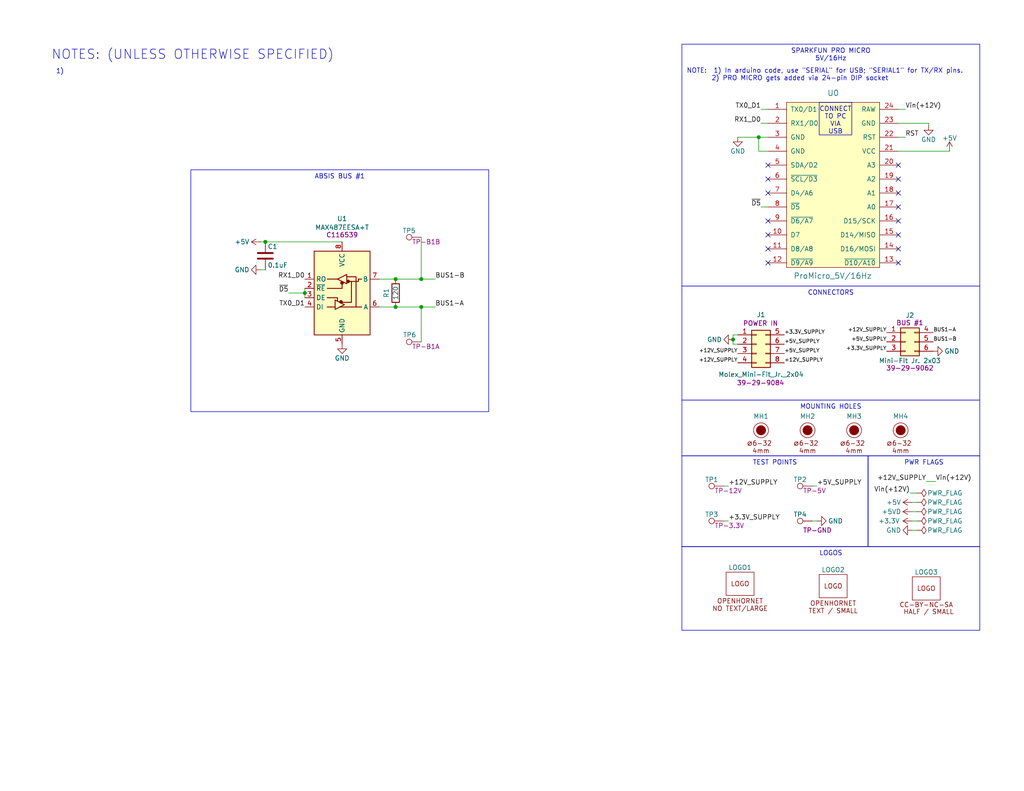
<source format=kicad_sch>
(kicad_sch (version 20230121) (generator eeschema)
  (paper "A")
  (title_block (title "ABSIS HID Bus Master") (date "2023-02-10") (rev "2") (company "www.openhornet.com") (comment 1 "License:  CC BY-NC-SA"))
  (lib_symbols
    (symbol "+5VD_1" (power) (pin_names (offset 0))
      (property "Value" "+5VD_1" (at 0 3.556 0))
      (symbol "+5VD_1_0_1"
        (polyline (pts (xy -0.762 1.27) (xy 0 2.54)))
        (polyline (pts (xy 0 0) (xy 0 2.54)))
        (polyline (pts (xy 0 2.54) (xy 0.762 1.27)))
      )
      (symbol "+5VD_1_1_1"
        (pin power_in line (at 0 0 90) (length 0) hide (name "+5VD") (number "1"))
      )
    )
    (symbol "OH_Symbols:Capacitor_0805_0.1uF" (pin_numbers hide) (pin_names (offset 0.254))
      (property "Reference" "C" (at 0.635 2.54 0))
      (property "Value" "0.1uF" (at 0.635 -2.54 0))
      (symbol "Capacitor_0805_0.1uF_0_1"
        (polyline (pts (xy -2.032 -0.762) (xy 2.032 -0.762)) (stroke (width 0.508)))
        (polyline (pts (xy -2.032 0.762) (xy 2.032 0.762)) (stroke (width 0.508)))
      )
      (symbol "Capacitor_0805_0.1uF_1_1"
        (pin passive line (at 0 3.81 270) (length 2.794) (name "~") (number "1"))
        (pin passive line (at 0 -3.81 90) (length 2.794) (name "~") (number "2"))
      )
    )
    (symbol "OH_Symbols:Controller_MAX487E"
      (property "Reference" "U1" (at 0 15.113 0))
      (property "Value" "MAX487EESA+T" (at 0 -17.78 0))
      (property "LCSC" "C116539" (at 0 -19.812 0))
      (symbol "Controller_MAX487E_0_1"
        (rectangle (start -7.62 10.16) (end 7.62 -12.7) (stroke (width 0.254)) (fill (type background)))
        (circle (center -0.3048 -3.683) (radius 0.3556) (stroke (width 0.254)) (fill (type outline)))
        (circle (center -0.0254 1.4986) (radius 0.3556) (stroke (width 0.254)) (fill (type outline)))
        (polyline (pts (xy -4.064 -5.08) (xy -1.905 -5.08)) (stroke (width 0.254)))
        (polyline (pts (xy -4.064 2.54) (xy -1.27 2.54)) (stroke (width 0.254)))
        (polyline (pts (xy -1.27 -3.2004) (xy -1.27 -3.4544)) (stroke (width 0.254)))
        (polyline (pts (xy -0.635 -5.08) (xy 5.334 -5.08)) (stroke (width 0.254)))
        (polyline (pts (xy -4.064 -2.54) (xy -1.27 -2.54) (xy -1.27 -3.175)) (stroke (width 0.254)))
        (polyline (pts (xy 0 1.27) (xy 0 0) (xy -4.064 0)) (stroke (width 0.254)))
        (polyline (pts (xy 1.27 3.175) (xy 3.81 3.175) (xy 3.81 -5.08)) (stroke (width 0.254)))
        (polyline (pts (xy 2.54 1.905) (xy 2.54 -3.81) (xy 0 -3.81)) (stroke (width 0.254)))
        (polyline (pts (xy -1.905 -3.175) (xy -1.905 -5.715) (xy 0.635 -4.445) (xy -1.905 -3.175)) (stroke (width 0.254)))
        (polyline (pts (xy -1.27 2.54) (xy 1.27 3.81) (xy 1.27 1.27) (xy -1.27 2.54)) (stroke (width 0.254)))
        (polyline (pts (xy 1.905 1.905) (xy 4.445 1.905) (xy 4.445 2.54) (xy 5.334 2.54)) (stroke (width 0.254)))
        (rectangle (start 1.27 3.175) (end 1.27 3.175))
        (circle (center 1.651 1.905) (radius 0.3556) (stroke (width 0.254)) (fill (type outline)))
      )
      (symbol "Controller_MAX487E_1_1"
        (pin output line (at -10.16 2.54 0) (length 2.54) (name "RO") (number "1"))
        (pin input line (at -10.16 0 0) (length 2.54) (name "~{RE}") (number "2"))
        (pin input line (at -10.16 -2.54 0) (length 2.54) (name "DE") (number "3"))
        (pin input line (at -10.16 -5.08 0) (length 2.54) (name "DI") (number "4"))
        (pin power_in line (at 0 -15.24 90) (length 2.54) (name "GND") (number "5"))
        (pin bidirectional line (at 10.16 -5.08 180) (length 2.54) (name "A") (number "6"))
        (pin bidirectional line (at 10.16 2.54 180) (length 2.54) (name "B") (number "7"))
        (pin power_in line (at 0 12.7 270) (length 2.54) (name "VCC") (number "8"))
      )
    )
    (symbol "OH_Symbols:Controller_Pro_Micro" (pin_names (offset 1.016))
      (property "Reference" "XU" (at 0 28.194 0))
      (property "Value" "ProMicro_5V/16Hz" (at -0.127 -21.336 0))
      (symbol "Controller_Pro_Micro_0_1"
        (rectangle (start -12.7 26.035) (end 12.7 -19.05) (fill (type background)))
      )
      (symbol "Controller_Pro_Micro_1_1"
        (pin bidirectional line (at -17.78 24.13 0) (length 5.08) (name "TX0/D1") (number "1"))
        (pin bidirectional line (at -17.78 -10.16 0) (length 5.08) (name "D7") (number "10"))
        (pin bidirectional line (at -17.78 -13.97 0) (length 5.08) (name "D8/A8") (number "11"))
        (pin bidirectional line (at -17.78 -17.78 0) (length 5.08) (name "~{D9/A9}") (number "12"))
        (pin bidirectional line (at 17.78 -17.78 180) (length 5.08) (name "~{D10/A10}") (number "13"))
        (pin bidirectional line (at 17.78 -13.97 180) (length 5.08) (name "D16/MOSI") (number "14"))
        (pin bidirectional line (at 17.78 -10.16 180) (length 5.08) (name "D14/MISO") (number "15"))
        (pin bidirectional line (at 17.78 -6.35 180) (length 5.08) (name "D15/SCK") (number "16"))
        (pin bidirectional line (at 17.78 -2.54 180) (length 5.08) (name "A0") (number "17"))
        (pin bidirectional line (at 17.78 1.27 180) (length 5.08) (name "A1") (number "18"))
        (pin bidirectional line (at 17.78 5.08 180) (length 5.08) (name "A2") (number "19"))
        (pin bidirectional line (at -17.78 20.32 0) (length 5.08) (name "RX1/D0") (number "2"))
        (pin bidirectional line (at 17.78 8.89 180) (length 5.08) (name "A3") (number "20"))
        (pin power_in line (at 17.78 12.7 180) (length 5.08) (name "VCC") (number "21"))
        (pin bidirectional line (at 17.78 16.51 180) (length 5.08) (name "RST") (number "22"))
        (pin power_in line (at 17.78 20.32 180) (length 5.08) (name "GND") (number "23"))
        (pin power_in line (at 17.78 24.13 180) (length 5.08) (name "RAW") (number "24"))
        (pin power_in line (at -17.78 16.51 0) (length 5.08) (name "GND") (number "3"))
        (pin power_in line (at -17.78 12.7 0) (length 5.08) (name "GND") (number "4"))
        (pin bidirectional line (at -17.78 8.89 0) (length 5.08) (name "SDA/D2") (number "5"))
        (pin bidirectional line (at -17.78 5.08 0) (length 5.08) (name "~{SCL/D3}") (number "6"))
        (pin bidirectional line (at -17.78 1.27 0) (length 5.08) (name "D4/A6") (number "7"))
        (pin bidirectional line (at -17.78 -2.54 0) (length 5.08) (name "~{D5}") (number "8"))
        (pin bidirectional line (at -17.78 -6.35 0) (length 5.08) (name "~{D6/A7}") (number "9"))
      )
    )
    (symbol "OH_Symbols:LOGO_License_Half_Small" (pin_numbers hide) (pin_names (offset 0) hide)
      (property "Reference" "LOGO" (at 0 12.7 0))
      (symbol "LOGO_License_Half_Small_0_0"
        (text "CC-BY-NC-SA" (at 0 3.81 0) (effects (font (size 1.27 1.27))))
      )
      (symbol "LOGO_License_Half_Small_0_1"
        (rectangle (start 3.81 5.08) (end -3.81 11.43))
      )
      (symbol "LOGO_License_Half_Small_1_0"
        (text "HALF / SMALL\n" (at 0.635 1.905 0) (effects (font (size 1.27 1.27))))
      )
      (symbol "LOGO_License_Half_Small_1_1"
        (text "LOGO" (at 0 8.255 0) (effects (font (size 1.27 1.27))))
      )
    )
    (symbol "OH_Symbols:LOGO_OpenHornet_NoText_Large" (pin_numbers hide) (pin_names (offset 0) hide) (in_bom no)
      (property "Reference" "LOGO" (at 0 12.7 0))
      (symbol "LOGO_OpenHornet_NoText_Large_0_1"
        (rectangle (start 3.81 5.08) (end -3.81 11.43))
      )
      (symbol "LOGO_OpenHornet_NoText_Large_1_0"
        (text "LOGO" (at 0 8.255 0) (effects (font (size 1.27 1.27))))
        (text "OPENHORNET\nNO TEXT/LARGE" (at 0 2.54 0) (effects (font (size 1.27 1.27))))
      )
    )
    (symbol "OH_Symbols:LOGO_OpenHornet_Text_Small" (pin_numbers hide) (pin_names (offset 0) hide) (in_bom no)
      (property "Reference" "LOGO" (at 0 12.7 0))
      (symbol "LOGO_OpenHornet_Text_Small_0_1"
        (rectangle (start 3.81 5.08) (end -3.81 11.43))
      )
      (symbol "LOGO_OpenHornet_Text_Small_1_0"
        (text "LOGO" (at 0 8.255 0) (effects (font (size 1.27 1.27))))
        (text "OPENHORNET\nTEXT / SMALL" (at 0 2.54 0) (effects (font (size 1.27 1.27))))
      )
    )
    (symbol "OH_Symbols:Molex_Mini-Fit_Jr._2x03" (pin_names (offset 1.016) hide)
      (property "Reference" "J" (at -0.0254 7.239 0))
      (property "Value" "Mini-Fit Jr. 2x03" (at -0.0254 -5.1308 0))
      (property "Manufacturer PN" "39-29-9062" (at -0.0254 -7.1374 0))
      (property "Silkscreen" "BUS IN" (at -0.0254 5.207 0))
      (symbol "Molex_Mini-Fit_Jr._2x03_1_1"
        (rectangle (start -2.54 -2.413) (end -1.27 -2.667) (stroke (width 0.1524)))
        (rectangle (start -2.54 0.127) (end -1.27 -0.127) (stroke (width 0.1524)))
        (rectangle (start -2.54 2.667) (end -1.27 2.413) (stroke (width 0.1524)))
        (rectangle (start -2.54 3.81) (end 2.54 -3.81) (stroke (width 0.254)) (fill (type background)))
        (rectangle (start 2.54 -2.413) (end 1.27 -2.667) (stroke (width 0.1524)))
        (rectangle (start 2.54 0.127) (end 1.27 -0.127) (stroke (width 0.1524)))
        (rectangle (start 2.54 2.667) (end 1.27 2.413) (stroke (width 0.1524)))
        (pin passive line (at -6.35 2.54 0) (length 3.81) (name "Pin_1") (number "1"))
        (pin passive line (at -6.35 0 0) (length 3.81) (name "Pin_2") (number "2"))
        (pin passive line (at -6.35 -2.54 0) (length 3.81) (name "Pin_3") (number "3"))
        (pin passive line (at 6.35 2.54 180) (length 3.81) (name "Pin_4") (number "4"))
        (pin passive line (at 6.35 0 180) (length 3.81) (name "Pin_5") (number "5"))
        (pin passive line (at 6.35 -2.54 180) (length 3.81) (name "Pin_6") (number "6"))
      )
    )
    (symbol "OH_Symbols:Molex_Mini-Fit_Jr._2x04" (pin_names (offset 1.016) hide)
      (property "Reference" "J4" (at 1.27 8.0518 0))
      (property "Value" "Molex_Mini-Fit_Jr._2x04" (at 1.27 -8.255 0))
      (property "Manufacturer PN" "39-29-9084" (at 1.143 -10.541 0))
      (property "Silkscreen" "MEGA BUS #" (at 1.143 5.715 0))
      (symbol "Molex_Mini-Fit_Jr._2x04_1_1"
        (rectangle (start -1.27 -4.953) (end 0 -5.207) (stroke (width 0.1524)))
        (rectangle (start -1.27 -2.413) (end 0 -2.667) (stroke (width 0.1524)))
        (rectangle (start -1.27 0.127) (end 0 -0.127) (stroke (width 0.1524)))
        (rectangle (start -1.27 2.667) (end 0 2.413) (stroke (width 0.1524)))
        (rectangle (start -1.27 3.81) (end 3.81 -6.35) (stroke (width 0.254)) (fill (type background)))
        (rectangle (start 3.81 -4.953) (end 2.54 -5.207) (stroke (width 0.1524)))
        (rectangle (start 3.81 -2.413) (end 2.54 -2.667) (stroke (width 0.1524)))
        (rectangle (start 3.81 0.127) (end 2.54 -0.127) (stroke (width 0.1524)))
        (rectangle (start 3.81 2.667) (end 2.54 2.413) (stroke (width 0.1524)))
        (pin passive line (at -5.08 2.54 0) (length 3.81) (name "Pin_1") (number "1"))
        (pin passive line (at -5.08 0 0) (length 3.81) (name "Pin_2") (number "2"))
        (pin passive line (at -5.08 -2.54 0) (length 3.81) (name "Pin_3") (number "3"))
        (pin passive line (at -5.08 -5.08 0) (length 3.81) (name "Pin_4") (number "4"))
        (pin passive line (at 7.62 2.54 180) (length 3.81) (name "Pin_5") (number "5"))
        (pin passive line (at 7.62 0 180) (length 3.81) (name "Pin_6") (number "6"))
        (pin passive line (at 7.62 -2.54 180) (length 3.81) (name "Pin_7") (number "7"))
        (pin passive line (at 7.62 -5.08 180) (length 3.81) (name "Pin_8") (number "8"))
      )
    )
    (symbol "OH_Symbols:MountingHole_6x32_PHS" (pin_numbers hide) (pin_names (offset 0) hide) (in_bom no)
      (property "Reference" "MH" (at 0 3.81 0))
      (symbol "MountingHole_6x32_PHS_0_0"
        (circle (center 0 0) (radius 1.27) (fill (type outline)))
        (circle (center 0 0) (radius 2.032))
      )
      (symbol "MountingHole_6x32_PHS_1_1"
        (text "⌀6-32 \n4mm" (at 0 -4.572 0) (effects (font (size 1.27 1.27))))
      )
    )
    (symbol "OH_Symbols:Resistor_0805_120Ω" (pin_numbers hide) (pin_names (offset 0))
      (property "Reference" "R1" (at 0 2.54 0))
      (property "Value" "120" (at 0 0 0))
      (symbol "Resistor_0805_120Ω_0_1"
        (rectangle (start -2.54 1.016) (end 2.54 -1.016) (stroke (width 0.254)))
      )
      (symbol "Resistor_0805_120Ω_1_1"
        (pin passive line (at -3.81 0 0) (length 1.27) (name "~") (number "1"))
        (pin passive line (at 3.81 0 180) (length 1.27) (name "~") (number "2"))
      )
    )
    (symbol "OH_Symbols:TestPoint" (pin_numbers hide) (pin_names (offset 0.762) hide) (in_bom no)
      (property "Reference" "TP" (at -3.302 1.778 0))
      (symbol "TestPoint_0_1"
        (circle (center -3.302 0) (radius 0.762))
      )
      (symbol "TestPoint_1_1"
        (pin passive line (at 0 0 180) (length 2.54) (name "1") (number "1"))
      )
    )
    (symbol "power:+3.3V" (power) (pin_names (offset 0))
      (property "Value" "+3.3V" (at 0 3.556 0))
      (symbol "+3.3V_0_1"
        (polyline (pts (xy -0.762 1.27) (xy 0 2.54)))
        (polyline (pts (xy 0 0) (xy 0 2.54)))
        (polyline (pts (xy 0 2.54) (xy 0.762 1.27)))
      )
      (symbol "+3.3V_1_1"
        (pin power_in line (at 0 0 90) (length 0) hide (name "+3.3V") (number "1"))
      )
    )
    (symbol "power:+5V" (power) (pin_names (offset 0))
      (property "Value" "+5V" (at 0 3.556 0))
      (symbol "+5V_0_1"
        (polyline (pts (xy -0.762 1.27) (xy 0 2.54)))
        (polyline (pts (xy 0 0) (xy 0 2.54)))
        (polyline (pts (xy 0 2.54) (xy 0.762 1.27)))
      )
      (symbol "+5V_1_1"
        (pin power_in line (at 0 0 90) (length 0) hide (name "+5V") (number "1"))
      )
    )
    (symbol "power:GND" (power) (pin_names (offset 0))
      (property "Value" "GND" (at 0 -3.81 0))
      (symbol "GND_0_1"
        (polyline (pts (xy 0 0) (xy 0 -1.27) (xy 1.27 -1.27) (xy 0 -2.54) (xy -1.27 -1.27) (xy 0 -1.27)))
      )
      (symbol "GND_1_1"
        (pin power_in line (at 0 0 270) (length 0) hide (name "GND") (number "1"))
      )
    )
    (symbol "power:PWR_FLAG" (power) (pin_numbers hide) (pin_names (offset 0) hide)
      (property "Value" "PWR_FLAG" (at 0 3.81 0))
      (symbol "PWR_FLAG_0_0"
        (pin power_out line (at 0 0 90) (length 0) (name "pwr") (number "1"))
      )
      (symbol "PWR_FLAG_0_1"
        (polyline (pts (xy 0 0) (xy 0 1.27) (xy -1.016 1.905) (xy 0 2.54) (xy 1.016 1.905) (xy 0 1.27)))
      )
    )
  )
  (junction (at 114.935 83.82))
  (junction (at 83.185 80.01))
  (junction (at 114.935 76.2))
  (junction (at 72.39 66.04))
  (junction (at 107.95 76.2))
  (junction (at 200.025 92.71))
  (junction (at 107.95 83.82))
  (junction (at 207.01 37.465))
  (no_connect (at 209.55 67.945))
  (no_connect (at 209.55 64.135))
  (no_connect (at 245.11 45.085))
  (no_connect (at 245.11 71.755))
  (no_connect (at 209.55 71.755))
  (no_connect (at 245.11 60.325))
  (no_connect (at 245.11 67.945))
  (no_connect (at 245.11 52.705))
  (no_connect (at 245.11 48.895))
  (no_connect (at 209.55 60.325))
  (no_connect (at 245.11 56.515))
  (no_connect (at 209.55 52.705))
  (no_connect (at 209.55 48.895))
  (no_connect (at 245.11 64.135))
  (no_connect (at 209.55 45.085))
  (wire (pts (xy 107.95 83.82) (xy 114.935 83.82)))
  (wire (pts (xy 200.025 91.44) (xy 201.295 91.44)))
  (wire (pts (xy 209.55 37.465) (xy 207.01 37.465)))
  (wire (pts (xy 114.935 76.2) (xy 118.745 76.2)))
  (wire (pts (xy 198.755 142.24) (xy 197.485 142.24)))
  (wire (pts (xy 248.285 134.62) (xy 250.19 134.62)))
  (wire (pts (xy 197.485 132.715) (xy 198.755 132.715)))
  (wire (pts (xy 245.11 41.275) (xy 259.08 41.275)))
  (wire (pts (xy 207.645 29.845) (xy 209.55 29.845)))
  (wire (pts (xy 207.01 41.275) (xy 209.55 41.275)))
  (wire (pts (xy 83.185 78.74) (xy 83.185 80.01)))
  (wire (pts (xy 248.92 139.7) (xy 250.19 139.7)))
  (wire (pts (xy 200.025 93.98) (xy 200.025 92.71)))
  (wire (pts (xy 71.12 66.04) (xy 72.39 66.04)))
  (wire (pts (xy 221.615 142.24) (xy 222.885 142.24)))
  (wire (pts (xy 201.295 93.98) (xy 200.025 93.98)))
  (wire (pts (xy 252.73 131.445) (xy 255.27 131.445)))
  (wire (pts (xy 78.74 80.01) (xy 83.185 80.01)))
  (wire (pts (xy 207.645 33.655) (xy 209.55 33.655)))
  (wire (pts (xy 72.39 66.04) (xy 93.345 66.04)))
  (wire (pts (xy 207.01 37.465) (xy 201.295 37.465)))
  (wire (pts (xy 83.185 80.01) (xy 83.185 81.28)))
  (wire (pts (xy 207.01 37.465) (xy 207.01 41.275)))
  (wire (pts (xy 107.95 76.2) (xy 114.935 76.2)))
  (wire (pts (xy 248.92 142.24) (xy 250.19 142.24)))
  (wire (pts (xy 207.645 56.515) (xy 209.55 56.515)))
  (wire (pts (xy 245.11 33.655) (xy 253.365 33.655)))
  (wire (pts (xy 245.11 37.465) (xy 247.015 37.465)))
  (wire (pts (xy 245.11 29.845) (xy 247.015 29.845)))
  (wire (pts (xy 248.92 144.78) (xy 250.19 144.78)))
  (wire (pts (xy 114.935 64.77) (xy 114.935 76.2)))
  (wire (pts (xy 222.885 132.715) (xy 221.615 132.715)))
  (wire (pts (xy 200.025 91.44) (xy 200.025 92.71)))
  (wire (pts (xy 103.505 83.82) (xy 107.95 83.82)))
  (wire (pts (xy 248.92 137.16) (xy 250.19 137.16)))
  (wire (pts (xy 114.935 83.82) (xy 118.745 83.82)))
  (wire (pts (xy 71.12 73.66) (xy 72.39 73.66)))
  (wire (pts (xy 103.505 76.2) (xy 107.95 76.2)))
  (wire (pts (xy 114.935 93.345) (xy 114.935 83.82)))
  (wire (pts (xy 253.365 33.655) (xy 253.365 34.29)))
  (text_box "CONNECTORS" (at 186.055 78.105 0) (size 81.28 31.115) (effects (font (size 1.27 1.27)) (justify top)))
  (text_box "SPARKFUN PRO MICRO\n5V/16Hz" (at 186.055 12.065 0) (size 81.28 66.04) (effects (font (size 1.27 1.27)) (justify top)))
  (text_box "MOUNTING HOLES" (at 186.055 109.22 0) (size 81.28 15.24) (effects (font (size 1.27 1.27)) (justify top)))
  (text_box "PWR FLAGS" (at 236.855 124.46 0) (size 30.48 24.765) (effects (font (size 1.27 1.27)) (justify top)))
  (text_box "LOGOS" (at 186.055 149.225 0) (size 81.28 22.86) (effects (font (size 1.27 1.27)) (justify top)))
  (text_box "TEST POINTS" (at 186.055 124.46 0) (size 50.8 24.765) (effects (font (size 1.27 1.27)) (justify top)))
  (text_box "ABSIS BUS #1" (at 52.07 46.355 0) (size 81.28 66.04) (effects (font (size 1.27 1.27)) (justify top)))
  (text_box "CONNECT TO PC VIA USB" (at 223.52 27.94 0) (size 8.89 8.89) (effects (font (size 1.27 1.27)) (justify top)))
  (text "NOTES: (UNLESS OTHERWISE SPECIFIED)" (at 13.97 16.51 0) (effects (font (size 2.54 2.54)) (justify left bottom)))
  (text "NOTE:  1) In arduino code, use \"SERIAL\" for USB; \"SERIAL1\" for TX/RX pins.\n       2) PRO MICRO gets added via 24-pin DIP socket" (at 187.325 22.225 0) (effects (font (size 1.27 1.27)) (justify left bottom)))
  (text "1)" (at 15.24 20.32 0) (effects (font (size 1.27 1.27)) (justify left bottom)))
  (label "TX0_D1" (at 207.645 29.845 180))
  (label "RST" (at 247.015 37.465 0))
  (label "~{D5}" (at 78.74 80.01 180))
  (label "+12V_SUPPLY" (at 252.73 131.445 180))
  (label "RX1_D0" (at 207.645 33.655 180))
  (label "BUS1-A" (at 118.745 83.82 0))
  (label "BUS1-B" (at 118.745 76.2 0))
  (label "+3.3V_SUPPLY" (at 198.755 142.24 0))
  (label "+12V_SUPPLY" (at 201.295 99.06 180) (effects (font (size 1 1))))
  (label "+5V_SUPPLY" (at 213.995 93.98 0) (effects (font (size 1 1))))
  (label "+3.3V_SUPPLY" (at 213.995 91.44 0) (effects (font (size 1 1))))
  (label "Vin(+12V)" (at 255.27 131.445 0))
  (label "~{D5}" (at 207.645 56.515 180))
  (label "+5V_SUPPLY" (at 213.995 96.52 0) (effects (font (size 1 1))))
  (label "TX0_D1" (at 83.185 83.82 180))
  (label "+5V_SUPPLY" (at 241.935 93.345 180) (effects (font (size 1 1))))
  (label "Vin(+12V)" (at 247.015 29.845 0))
  (label "BUS1-A" (at 254.635 90.805 0) (effects (font (size 1 1))))
  (label "+3.3V_SUPPLY" (at 241.935 95.885 180) (effects (font (size 1 1))))
  (label "BUS1-B" (at 254.635 93.345 0) (effects (font (size 1 1))))
  (label "+12V_SUPPLY" (at 201.295 96.52 180) (effects (font (size 1 1))))
  (label "+12V_SUPPLY" (at 241.935 90.805 180) (effects (font (size 1 1))))
  (label "+5V_SUPPLY" (at 222.885 132.715 0))
  (label "+12V_SUPPLY" (at 198.755 132.715 0))
  (label "Vin(+12V)" (at 248.285 134.62 180))
  (label "RX1_D0" (at 83.185 76.2 180))
  (label "+12V_SUPPLY" (at 213.995 99.06 0) (effects (font (size 1 1))))
  (symbol (lib_id "OH_Symbols:MountingHole_6x32_PHS") (at 207.645 117.475 0) (unit 1) (in_bom no)
    (property "Reference" "MH1" (at 207.645 113.665 0))
    (property "Value" "6x32 / 4mm" (effects hide))
    (property "Footprint" "OH_Footprints:MountingHole_6-32_PHS" (effects hide))
  )
  (symbol (lib_id "OH_Symbols:MountingHole_6x32_PHS") (at 220.345 117.475 0) (unit 1) (in_bom no)
    (property "Reference" "MH2" (at 220.345 113.665 0))
    (property "Value" "6x32 / 4mm" (effects hide))
    (property "Footprint" "OH_Footprints:MountingHole_6-32_PHS" (effects hide))
  )
  (symbol (lib_id "OH_Symbols:MountingHole_6x32_PHS") (at 233.045 117.475 0) (unit 1) (in_bom no)
    (property "Reference" "MH3" (at 233.045 113.665 0))
    (property "Value" "6x32 / 4mm" (effects hide))
    (property "Footprint" "OH_Footprints:MountingHole_6-32_PHS" (effects hide))
  )
  (symbol (lib_id "OH_Symbols:MountingHole_6x32_PHS") (at 245.745 117.475 0) (unit 1) (in_bom no)
    (property "Reference" "MH4" (at 245.745 113.665 0))
    (property "Value" "6x32 / 4mm" (effects hide))
    (property "Footprint" "OH_Footprints:MountingHole_6-32_PHS" (effects hide))
  )
  (symbol (lib_id "OH_Symbols:Controller_MAX487E") (at 93.345 78.74 0) (unit 1)
    (property "Reference" "U1" (at 93.345 59.69 0))
    (property "Value" "MAX487EESA+T" (at 93.345 62.103 0))
    (property "Footprint" "OH_Footprints:SOIC-8_3.9x4.9mm_P1.27mm" (effects hide))
    (property "Datasheet" "https://datasheet.lcsc.com/szlcsc/Maxim-Integrated-MAX487EESA-T_C116539.pdf" (effects hide))
    (property "LCSC" "C116539" (at 93.345 64.135 0))
    (property "Manufacturer PN" "MAX487EESA+T" (effects hide))
  )
  (symbol (lib_id "power:PWR_FLAG") (at 250.19 134.62 270) (unit 1)
    (property "Reference" "#FLG0101" (effects hide))
    (property "Value" "PWR_FLAG" (at 257.81 134.62 90))
  )
  (symbol (lib_id "OH_Symbols:TestPoint") (at 114.935 93.345 0) (unit 1) (in_bom no)
    (property "Reference" "TP6" (at 111.76 91.44 0))
    (property "Value" "TestPoint" (effects hide))
    (property "Footprint" "OH_Footprints:TestPoint_THTPad_D1.5mm_Drill0.7mm" (effects hide))
    (property "Silkscreen" "TP-B1A" (effects hide))
    (property "Notes" "TP-B1A" (at 112.395 94.615 0) (effects (justify left)))
  )
  (symbol (lib_id "OH_Symbols:TestPoint") (at 114.935 64.77 0) (unit 1) (in_bom no)
    (property "Reference" "TP5" (at 111.633 62.992 0))
    (property "Value" "TestPoint" (effects hide))
    (property "Footprint" "OH_Footprints:TestPoint_THTPad_D1.5mm_Drill0.7mm" (effects hide))
    (property "Silkscreen" "TP-B1B" (effects hide))
    (property "Notes" "TP-B1B" (at 112.395 66.04 0) (effects (justify left)))
  )
  (symbol (lib_id "OH_Symbols:Resistor_0805_120Ω") (at 107.95 80.01 90) (unit 1)
    (property "Reference" "R1" (at 105.41 80.01 0))
    (property "Value" "120" (at 107.95 80.01 0))
    (property "Footprint" "OH_Footprints:R_0805_2012Metric_Pad1.15x1.40mm_HandSolder" (effects hide))
    (property "Datasheet" "https://datasheet.lcsc.com/szlcsc/Uniroyal-Elec-0805W8F1200T5E_C17437.pdf" (effects hide))
    (property "LCSC" "C17437" (effects hide))
    (property "Manufacturer PN" "0805W8F1200T5E" (effects hide))
  )
  (symbol (lib_id "OH_Symbols:Capacitor_0805_0.1uF") (at 72.39 69.85 0) (unit 1)
    (property "Reference" "C1" (at 73.025 67.31 0) (effects (justify left)))
    (property "Value" "0.1uF" (at 73.025 72.39 0) (effects (justify left)))
    (property "Footprint" "OH_Footprints:C_0805_2012Metric" (effects hide))
    (property "Datasheet" "https://datasheet.lcsc.com/szlcsc/YAGEO-CChttps://datasheet.lcsc.com/szlcsc/YAGEO-https://datasheet.lcsc.com/szlcsc/YAGEO-CC0805KRX7R9BB104_C49678.pdf" (effects hide))
    (property "LCSC" "C49678" (effects hide))
    (property "Manufacturer PN" "CC0805KRX7R9BB104" (effects hide))
  )
  (symbol (lib_id "power:GND") (at 71.12 73.66 270) (unit 1)
    (property "Reference" "#PWR0108" (effects hide))
    (property "Value" "GND" (at 66.04 73.66 90))
  )
  (symbol (lib_id "power:GND") (at 93.345 93.98 0) (unit 1)
    (property "Reference" "#PWR0109" (effects hide))
    (property "Value" "GND" (at 93.345 97.79 0))
  )
  (symbol (lib_id "OH_Symbols:Molex_Mini-Fit_Jr._2x03") (at 248.285 93.345 0) (unit 1)
    (property "Reference" "J2" (at 248.2596 86.106 0))
    (property "Value" "Mini-Fit Jr. 2x03" (at 248.2596 98.4758 0))
    (property "Footprint" "OH_Footprints:Molex_Mini-Fit_Jr_5566-06A2_2x03_P4.20mm_Vertical" (effects hide))
    (property "Datasheet" "https://datasheet.lcsc.com/lcsc/2005291105_MOLEX-39299062_C505177.pdf" (effects hide))
    (property "LCSC" "C505177" (effects hide))
    (property "Manufacturer PN" "39-29-9062" (at 248.2596 100.4824 0))
    (property "Silkscreen" "BUS #1" (at 248.2596 88.138 0))
  )
  (symbol (lib_id "power:GND") (at 254.635 95.885 90) (unit 1)
    (property "Reference" "#PWR0111" (effects hide))
    (property "Value" "GND" (at 259.715 95.885 90))
  )
  (symbol (lib_id "power:GND") (at 200.025 92.71 270) (mirror x) (unit 1)
    (property "Reference" "#PWR0112" (effects hide))
    (property "Value" "GND" (at 194.945 92.71 90))
  )
  (symbol (lib_id "power:+5V") (at 71.12 66.04 90) (unit 1)
    (property "Reference" "#PWR0110" (effects hide))
    (property "Value" "+5V" (at 66.04 66.04 90))
  )
  (symbol (lib_id "OH_Symbols:Molex_Mini-Fit_Jr._2x04") (at 206.375 93.98 0) (unit 1)
    (property "Reference" "J1" (at 207.645 85.9282 0))
    (property "Value" "Molex_Mini-Fit_Jr._2x04" (at 207.645 102.235 0))
    (property "Footprint" "OH_Footprints:Molex_Mini-Fit_Jr_5566-08A2_2x04_P4.20mm_Vertical" (effects hide))
    (property "Datasheet" "https://datasheet.lcsc.com/lcsc/2007161933_MOLEX-39299084_C587470.pdf" (effects hide))
    (property "LCSC" "C587470" (effects hide))
    (property "Manufacturer PN" "39-29-9084" (at 207.518 104.521 0))
    (property "Silkscreen" "POWER IN" (at 207.518 88.265 0))
  )
  (symbol (lib_id "OH_Symbols:LOGO_OpenHornet_Text_Small") (at 227.33 168.275 0) (unit 1) (in_bom no)
    (property "Reference" "LOGO2" (at 227.33 155.575 0))
    (property "Value" "LOGO" (effects hide))
    (property "Footprint" "OH_Footprints:LOGO_OH_Text_Small" (effects hide))
    (property "Datasheet" "https://www.openhornet.com" (effects hide))
  )
  (symbol (lib_id "OH_Symbols:LOGO_License_Half_Small") (at 252.73 168.91 0) (unit 1)
    (property "Reference" "LOGO3" (at 252.73 156.21 0))
    (property "Value" "LOGO" (effects hide))
    (property "Footprint" "OH_Footprints:LOGO_CC-BY-NC-SA_Half_Small" (effects hide))
    (property "Datasheet" "https://creativecommons.org/licenses/by-nc-sa/4.0/" (effects hide))
  )
  (symbol (lib_id "OH_Symbols:LOGO_OpenHornet_NoText_Large") (at 201.93 167.64 0) (unit 1) (in_bom no)
    (property "Reference" "LOGO1" (at 201.93 154.94 0))
    (property "Value" "LOGO" (effects hide))
    (property "Footprint" "OH_Footprints:LOGO_OH_NoText_Large" (effects hide))
    (property "Datasheet" "https://www.openhornet.com" (effects hide))
  )
  (symbol (lib_id "power:PWR_FLAG") (at 250.19 144.78 270) (unit 1)
    (property "Reference" "#FLG0102" (effects hide))
    (property "Value" "PWR_FLAG" (at 257.81 144.78 90))
  )
  (symbol (lib_id "power:GND") (at 253.365 34.29 0) (unit 1)
    (property "Reference" "#PWR0106" (effects hide))
    (property "Value" "GND" (at 253.365 38.1 0))
  )
  (symbol (lib_id "power:PWR_FLAG") (at 250.19 137.16 270) (unit 1)
    (property "Reference" "#FLG0103" (effects hide))
    (property "Value" "PWR_FLAG" (at 257.81 137.16 90))
  )
  (symbol (lib_id "power:GND") (at 222.885 142.24 90) (unit 1)
    (property "Reference" "#PWR0104" (effects hide))
    (property "Value" "GND" (at 227.965 142.24 90))
  )
  (symbol (lib_id "power:+5V") (at 248.92 137.16 90) (unit 1)
    (property "Reference" "#PWR0103" (effects hide))
    (property "Value" "+5V" (at 243.84 137.16 90))
  )
  (symbol (lib_id "power:GND") (at 201.295 37.465 0) (unit 1)
    (property "Reference" "#PWR0105" (effects hide))
    (property "Value" "GND" (at 201.295 41.275 0))
  )
  (symbol (lib_id "OH_Symbols:TestPoint") (at 197.485 142.24 0) (unit 1) (in_bom no)
    (property "Reference" "TP3" (at 194.183 140.462 0))
    (property "Value" "TestPoint" (effects hide))
    (property "Footprint" "OH_Footprints:TestPoint_THTPad_D1.5mm_Drill0.7mm" (effects hide))
    (property "Silkscreen" "TP-3.3V" (effects hide))
    (property "Notes" "TP-3.3V" (at 194.945 143.51 0) (effects (justify left)))
  )
  (symbol (lib_id "OH_Symbols:TestPoint") (at 197.485 132.715 0) (unit 1) (in_bom no)
    (property "Reference" "TP1" (at 194.183 130.937 0))
    (property "Value" "TestPoint" (effects hide))
    (property "Footprint" "OH_Footprints:TestPoint_THTPad_D1.5mm_Drill0.7mm" (effects hide))
    (property "Silkscreen" "TP-12V" (effects hide))
    (property "Notes" "TP-12V" (at 194.945 133.985 0) (effects (justify left)))
  )
  (symbol (lib_id "OH_Symbols:TestPoint") (at 221.615 132.715 0) (unit 1) (in_bom no)
    (property "Reference" "TP2" (at 218.313 130.937 0))
    (property "Value" "TestPoint" (effects hide))
    (property "Footprint" "OH_Footprints:TestPoint_THTPad_D1.5mm_Drill0.7mm" (effects hide))
    (property "Silkscreen" "TP-5V" (effects hide))
    (property "Notes" "TP-5V" (at 219.075 133.985 0) (effects (justify left)))
  )
  (symbol (lib_id "OH_Symbols:TestPoint") (at 221.615 142.24 0) (unit 1) (in_bom no)
    (property "Reference" "TP4" (at 218.313 140.462 0))
    (property "Value" "TestPoint" (effects hide))
    (property "Footprint" "OH_Footprints:TestPoint_THTPad_D1.5mm_Drill0.7mm" (effects hide))
    (property "Silkscreen" "TP-GND" (effects hide))
    (property "Notes" "TP-GND" (at 219.075 144.78 0) (effects (justify left)))
  )
  (symbol (lib_id "power:+5V") (at 259.08 41.275 0) (unit 1)
    (property "Reference" "#PWR0107" (effects hide))
    (property "Value" "+5V" (at 259.08 37.719 0))
  )
  (symbol (lib_id "power:PWR_FLAG") (at 250.19 142.24 270) (unit 1)
    (property "Reference" "#FLG0104" (effects hide))
    (property "Value" "PWR_FLAG" (at 257.81 142.24 90))
  )
  (symbol (lib_id "power:+3.3V") (at 248.92 142.24 90) (unit 1)
    (property "Reference" "#PWR0113" (effects hide))
    (property "Value" "+3.3V" (at 242.57 142.24 90))
  )
  (symbol (lib_name "+5VD_1") (lib_id "power:+5VD") (at 248.92 139.7 90) (unit 1)
    (property "Reference" "#PWR0102" (effects hide))
    (property "Value" "+5VD" (at 243.205 139.7 90))
  )
  (symbol (lib_id "OH_Symbols:Controller_Pro_Micro") (at 227.33 53.975 0) (unit 1)
    (property "Reference" "U0" (at 227.33 25.4 0) (effects (font (size 1.524 1.524))))
    (property "Value" "ProMicro_5V/16Hz" (at 227.203 75.311 0) (effects (font (size 1.524 1.524))))
    (property "Footprint" "OH_Footprints:DIP-24_W15.24mm_Socket" (effects hide))
    (property "Datasheet" "https://cdn.sparkfun.com/datasheets/Dev/Arduino/Boards/ATMega32U4.pdf" (effects hide))
    (property "Manufacturer PN" "Pro Micro - 5V/16MHz" (effects hide))
  )
  (symbol (lib_id "power:GND") (at 248.92 144.78 270) (unit 1)
    (property "Reference" "#PWR0101" (effects hide))
    (property "Value" "GND" (at 243.84 144.78 90))
  )
  (symbol (lib_id "power:PWR_FLAG") (at 250.19 139.7 270) (unit 1)
    (property "Reference" "#FLG0105" (effects hide))
    (property "Value" "PWR_FLAG" (at 257.81 139.7 90))
  )
)
</source>
